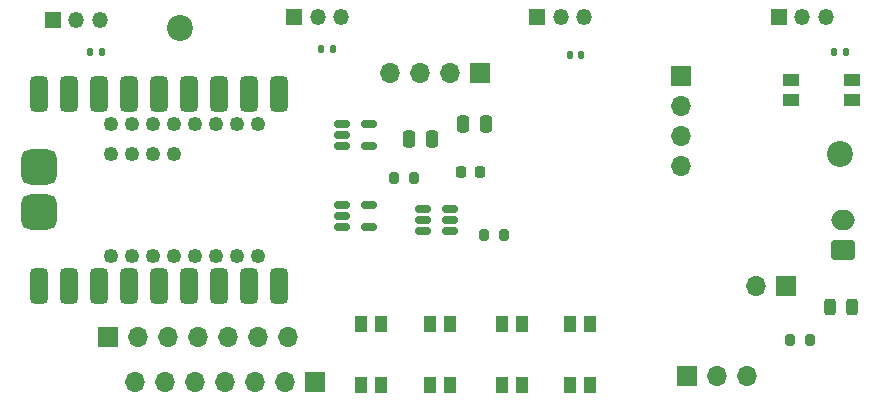
<source format=gbr>
%TF.GenerationSoftware,KiCad,Pcbnew,7.0.7*%
%TF.CreationDate,2024-09-13T11:59:40-05:00*%
%TF.ProjectId,LASK5,4c41534b-352e-46b6-9963-61645f706362,rev?*%
%TF.SameCoordinates,Original*%
%TF.FileFunction,Soldermask,Top*%
%TF.FilePolarity,Negative*%
%FSLAX46Y46*%
G04 Gerber Fmt 4.6, Leading zero omitted, Abs format (unit mm)*
G04 Created by KiCad (PCBNEW 7.0.7) date 2024-09-13 11:59:40*
%MOMM*%
%LPD*%
G01*
G04 APERTURE LIST*
G04 Aperture macros list*
%AMRoundRect*
0 Rectangle with rounded corners*
0 $1 Rounding radius*
0 $2 $3 $4 $5 $6 $7 $8 $9 X,Y pos of 4 corners*
0 Add a 4 corners polygon primitive as box body*
4,1,4,$2,$3,$4,$5,$6,$7,$8,$9,$2,$3,0*
0 Add four circle primitives for the rounded corners*
1,1,$1+$1,$2,$3*
1,1,$1+$1,$4,$5*
1,1,$1+$1,$6,$7*
1,1,$1+$1,$8,$9*
0 Add four rect primitives between the rounded corners*
20,1,$1+$1,$2,$3,$4,$5,0*
20,1,$1+$1,$4,$5,$6,$7,0*
20,1,$1+$1,$6,$7,$8,$9,0*
20,1,$1+$1,$8,$9,$2,$3,0*%
G04 Aperture macros list end*
%ADD10R,1.700000X1.700000*%
%ADD11O,1.700000X1.700000*%
%ADD12RoundRect,0.140000X-0.140000X-0.170000X0.140000X-0.170000X0.140000X0.170000X-0.140000X0.170000X0*%
%ADD13RoundRect,0.200000X-0.200000X-0.275000X0.200000X-0.275000X0.200000X0.275000X-0.200000X0.275000X0*%
%ADD14RoundRect,0.250000X0.250000X0.475000X-0.250000X0.475000X-0.250000X-0.475000X0.250000X-0.475000X0*%
%ADD15RoundRect,0.150000X-0.512500X-0.150000X0.512500X-0.150000X0.512500X0.150000X-0.512500X0.150000X0*%
%ADD16R,1.000000X1.450000*%
%ADD17R,1.450000X1.000000*%
%ADD18R,1.350000X1.350000*%
%ADD19O,1.350000X1.350000*%
%ADD20RoundRect,0.225000X-0.225000X-0.250000X0.225000X-0.250000X0.225000X0.250000X-0.225000X0.250000X0*%
%ADD21C,2.200000*%
%ADD22RoundRect,0.250000X0.750000X-0.600000X0.750000X0.600000X-0.750000X0.600000X-0.750000X-0.600000X0*%
%ADD23O,2.000000X1.700000*%
%ADD24RoundRect,0.243750X-0.243750X-0.456250X0.243750X-0.456250X0.243750X0.456250X-0.243750X0.456250X0*%
%ADD25RoundRect,0.250000X-0.250000X-0.475000X0.250000X-0.475000X0.250000X0.475000X-0.250000X0.475000X0*%
%ADD26RoundRect,0.381000X0.381000X-1.119000X0.381000X1.119000X-0.381000X1.119000X-0.381000X-1.119000X0*%
%ADD27C,1.250000*%
%ADD28RoundRect,0.750000X0.750000X-0.750000X0.750000X0.750000X-0.750000X0.750000X-0.750000X-0.750000X0*%
G04 APERTURE END LIST*
D10*
%TO.C,J9*%
X172466000Y-73152000D03*
D11*
X172466000Y-75692000D03*
X172466000Y-78232000D03*
X172466000Y-80772000D03*
%TD*%
D12*
%TO.C,C2*%
X122484000Y-71120000D03*
X123444000Y-71120000D03*
%TD*%
D13*
%TO.C,R4*%
X148210000Y-81788000D03*
X149860000Y-81788000D03*
%TD*%
D14*
%TO.C,C6*%
X151384000Y-78486000D03*
X149484000Y-78486000D03*
%TD*%
D15*
%TO.C,U4*%
X143764000Y-84074000D03*
X143764000Y-85024000D03*
X143764000Y-85974000D03*
X146039000Y-85974000D03*
X146039000Y-84074000D03*
%TD*%
D16*
%TO.C,SW4*%
X151208000Y-94164000D03*
X152908000Y-94164000D03*
X151208000Y-99314000D03*
X152908000Y-99314000D03*
%TD*%
D17*
%TO.C,SW3*%
X181794000Y-75184000D03*
X181794000Y-73484000D03*
X186944000Y-75184000D03*
X186944000Y-73484000D03*
%TD*%
D18*
%TO.C,H2*%
X139732000Y-68167600D03*
D19*
X141732000Y-68167600D03*
X143732000Y-68167600D03*
%TD*%
D20*
%TO.C,C8*%
X153898000Y-81280000D03*
X155448000Y-81280000D03*
%TD*%
D15*
%TO.C,U3*%
X143764000Y-77216000D03*
X143764000Y-78166000D03*
X143764000Y-79116000D03*
X146039000Y-79116000D03*
X146039000Y-77216000D03*
%TD*%
D13*
%TO.C,R3*%
X155830000Y-86614000D03*
X157480000Y-86614000D03*
%TD*%
D21*
%TO.C,H8*%
X130048000Y-69088000D03*
%TD*%
D10*
%TO.C,SW1*%
X172974000Y-98552000D03*
D11*
X175514000Y-98552000D03*
X178054000Y-98552000D03*
%TD*%
D12*
%TO.C,C4*%
X142042000Y-70866000D03*
X143002000Y-70866000D03*
%TD*%
%TO.C,C3*%
X185476000Y-71120000D03*
X186436000Y-71120000D03*
%TD*%
D18*
%TO.C,H4*%
X180753000Y-68167600D03*
D19*
X182753000Y-68167600D03*
X184753000Y-68167600D03*
%TD*%
D16*
%TO.C,SW6*%
X163068000Y-94164000D03*
X164768000Y-94164000D03*
X163068000Y-99314000D03*
X164768000Y-99314000D03*
%TD*%
D21*
%TO.C,H7*%
X185928000Y-79756000D03*
%TD*%
D10*
%TO.C,J6*%
X141478000Y-99060000D03*
D11*
X138938000Y-99060000D03*
X136398000Y-99060000D03*
X133858000Y-99060000D03*
X131318000Y-99060000D03*
X128778000Y-99060000D03*
X126238000Y-99060000D03*
%TD*%
D22*
%TO.C,J5*%
X186182000Y-87884000D03*
D23*
X186182000Y-85384000D03*
%TD*%
D16*
%TO.C,SW5*%
X157304000Y-94164000D03*
X159004000Y-94164000D03*
X157304000Y-99314000D03*
X159004000Y-99314000D03*
%TD*%
D24*
%TO.C,D2*%
X185069000Y-92710000D03*
X186944000Y-92710000D03*
%TD*%
D13*
%TO.C,R5*%
X181738000Y-95504000D03*
X183388000Y-95504000D03*
%TD*%
D25*
%TO.C,C7*%
X154056000Y-77216000D03*
X155956000Y-77216000D03*
%TD*%
D12*
%TO.C,C1*%
X163096000Y-71374000D03*
X164056000Y-71374000D03*
%TD*%
D10*
%TO.C,J7*%
X123952000Y-95250000D03*
D11*
X126492000Y-95250000D03*
X129032000Y-95250000D03*
X131572000Y-95250000D03*
X134112000Y-95250000D03*
X136652000Y-95250000D03*
X139192000Y-95250000D03*
%TD*%
D26*
%TO.C,U1*%
X123190000Y-90924000D03*
X125730000Y-90924000D03*
X128270000Y-90924000D03*
X130810000Y-90924000D03*
X133350000Y-90924000D03*
X135890000Y-90924000D03*
X138430000Y-90924000D03*
X138430000Y-74684000D03*
X135890000Y-74684000D03*
X133350000Y-74684000D03*
X130810000Y-74684000D03*
X128270000Y-74684000D03*
X125730000Y-74684000D03*
D27*
X136652000Y-77216000D03*
X134874000Y-77216000D03*
X133096000Y-77216000D03*
X131318000Y-77216000D03*
X129540000Y-77216000D03*
X127762000Y-77216000D03*
X125984000Y-77216000D03*
X124206000Y-77216000D03*
X129540000Y-79756000D03*
X127762000Y-79756000D03*
X125984000Y-79756000D03*
X124206000Y-79756000D03*
X136652000Y-88392000D03*
X134874000Y-88392000D03*
X133096000Y-88392000D03*
X131318000Y-88392000D03*
X129540000Y-88392000D03*
X127762000Y-88392000D03*
X125984000Y-88392000D03*
X124206000Y-88392000D03*
D26*
X120650000Y-74684000D03*
X123190000Y-74684000D03*
X118110000Y-74684000D03*
X118110000Y-90924000D03*
X120650000Y-90924000D03*
D28*
X118110000Y-84709000D03*
X118110000Y-80899000D03*
%TD*%
D18*
%TO.C,H1*%
X119285000Y-68398600D03*
D19*
X121285000Y-68398600D03*
X123285000Y-68398600D03*
%TD*%
D18*
%TO.C,H3*%
X160306000Y-68167600D03*
D19*
X162306000Y-68167600D03*
X164306000Y-68167600D03*
%TD*%
D10*
%TO.C,J1*%
X155448000Y-72898000D03*
D11*
X152908000Y-72898000D03*
X150368000Y-72898000D03*
X147828000Y-72898000D03*
%TD*%
D15*
%TO.C,MAX1*%
X150622000Y-84394000D03*
X150622000Y-85344000D03*
X150622000Y-86294000D03*
X152897000Y-86294000D03*
X152897000Y-85344000D03*
X152897000Y-84394000D03*
%TD*%
D16*
%TO.C,SW2*%
X145366000Y-94164000D03*
X147066000Y-94164000D03*
X145366000Y-99314000D03*
X147066000Y-99314000D03*
%TD*%
D10*
%TO.C,J2*%
X181356000Y-90932000D03*
D11*
X178816000Y-90932000D03*
%TD*%
M02*

</source>
